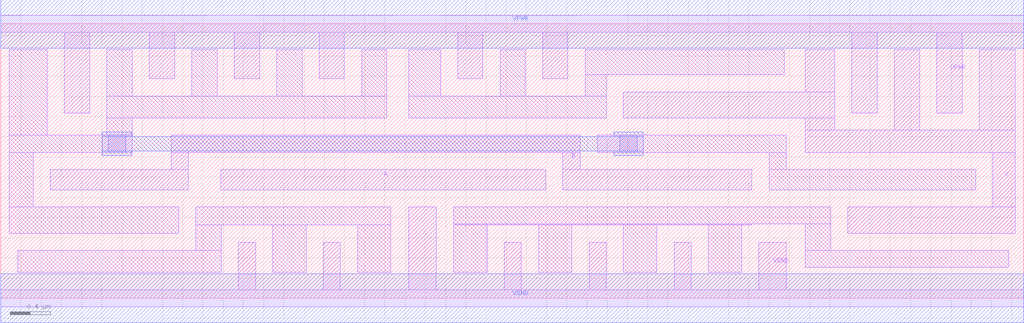
<source format=lef>
# Copyright 2020 The SkyWater PDK Authors
#
# Licensed under the Apache License, Version 2.0 (the "License");
# you may not use this file except in compliance with the License.
# You may obtain a copy of the License at
#
#     https://www.apache.org/licenses/LICENSE-2.0
#
# Unless required by applicable law or agreed to in writing, software
# distributed under the License is distributed on an "AS IS" BASIS,
# WITHOUT WARRANTIES OR CONDITIONS OF ANY KIND, either express or implied.
# See the License for the specific language governing permissions and
# limitations under the License.
#
# SPDX-License-Identifier: Apache-2.0

VERSION 5.5 ;
NAMESCASESENSITIVE ON ;
BUSBITCHARS "[]" ;
DIVIDERCHAR "/" ;
MACRO sky130_fd_sc_hd__xnor2_4
  CLASS CORE ;
  SOURCE USER ;
  ORIGIN  0.000000  0.000000 ;
  SIZE  10.12000 BY  2.720000 ;
  SYMMETRY X Y R90 ;
  SITE unithd ;
  PIN A
    ANTENNAGATEAREA  1.980000 ;
    DIRECTION INPUT ;
    USE SIGNAL ;
    PORT
      LAYER li1 ;
        RECT 2.175000 1.075000 5.390000 1.275000 ;
    END
  END A
  PIN B
    ANTENNAGATEAREA  1.980000 ;
    DIRECTION INPUT ;
    USE SIGNAL ;
    PORT
      LAYER li1 ;
        RECT 0.490000 1.075000 1.855000 1.275000 ;
        RECT 1.685000 1.275000 1.855000 1.445000 ;
        RECT 1.685000 1.445000 5.730000 1.615000 ;
        RECT 5.560000 1.075000 7.430000 1.275000 ;
        RECT 5.560000 1.275000 5.730000 1.445000 ;
    END
  END B
  PIN Y
    ANTENNADIFFAREA  1.721000 ;
    DIRECTION OUTPUT ;
    USE SIGNAL ;
    PORT
      LAYER li1 ;
        RECT 6.160000 1.785000  8.250000 2.045000 ;
        RECT 7.960000 1.445000 10.035000 1.665000 ;
        RECT 7.960000 1.665000  8.250000 1.785000 ;
        RECT 7.960000 2.045000  8.250000 2.465000 ;
        RECT 8.380000 0.645000 10.035000 0.905000 ;
        RECT 8.840000 1.665000  9.090000 2.465000 ;
        RECT 9.680000 1.665000 10.035000 2.465000 ;
        RECT 9.815000 0.905000 10.035000 1.445000 ;
    END
  END Y
  PIN VGND
    DIRECTION INOUT ;
    SHAPE ABUTMENT ;
    USE GROUND ;
    PORT
      LAYER li1 ;
        RECT 0.000000 -0.085000 10.120000 0.085000 ;
        RECT 2.350000  0.085000  2.520000 0.555000 ;
        RECT 3.190000  0.085000  3.360000 0.555000 ;
        RECT 4.035000  0.085000  4.310000 0.905000 ;
        RECT 4.980000  0.085000  5.150000 0.555000 ;
        RECT 5.820000  0.085000  5.990000 0.555000 ;
        RECT 6.660000  0.085000  6.830000 0.555000 ;
        RECT 7.500000  0.085000  7.770000 0.555000 ;
    END
    PORT
      LAYER met1 ;
        RECT 0.000000 -0.240000 10.120000 0.240000 ;
    END
  END VGND
  PIN VNB
    DIRECTION INOUT ;
    USE GROUND ;
    PORT
    END
  END VNB
  PIN VPB
    DIRECTION INOUT ;
    USE POWER ;
    PORT
    END
  END VPB
  PIN VPWR
    DIRECTION INOUT ;
    SHAPE ABUTMENT ;
    USE POWER ;
    PORT
      LAYER li1 ;
        RECT 0.000000 2.635000 10.120000 2.805000 ;
        RECT 0.630000 1.835000  0.880000 2.635000 ;
        RECT 1.470000 2.175000  1.720000 2.635000 ;
        RECT 2.310000 2.175000  2.560000 2.635000 ;
        RECT 3.150000 2.175000  3.400000 2.635000 ;
        RECT 4.520000 2.175000  4.770000 2.635000 ;
        RECT 5.360000 2.175000  5.610000 2.635000 ;
        RECT 8.420000 1.835000  8.670000 2.635000 ;
        RECT 9.260000 1.835000  9.510000 2.635000 ;
    END
    PORT
      LAYER met1 ;
        RECT 0.000000 2.480000 10.120000 2.960000 ;
    END
  END VPWR
  OBS
    LAYER li1 ;
      RECT 0.085000 0.645000 1.760000 0.905000 ;
      RECT 0.085000 0.905000 0.320000 1.445000 ;
      RECT 0.085000 1.445000 1.300000 1.615000 ;
      RECT 0.085000 1.615000 0.460000 2.465000 ;
      RECT 0.170000 0.255000 2.180000 0.475000 ;
      RECT 1.050000 1.615000 1.300000 1.785000 ;
      RECT 1.050000 1.785000 3.820000 2.005000 ;
      RECT 1.050000 2.005000 1.300000 2.465000 ;
      RECT 1.890000 2.005000 2.140000 2.465000 ;
      RECT 1.930000 0.475000 2.180000 0.725000 ;
      RECT 1.930000 0.725000 3.860000 0.905000 ;
      RECT 2.690000 0.255000 3.020000 0.725000 ;
      RECT 2.730000 2.005000 2.980000 2.465000 ;
      RECT 3.530000 0.255000 3.860000 0.725000 ;
      RECT 3.570000 2.005000 3.820000 2.465000 ;
      RECT 4.035000 1.785000 5.990000 2.005000 ;
      RECT 4.035000 2.005000 4.350000 2.465000 ;
      RECT 4.480000 0.255000 4.810000 0.725000 ;
      RECT 4.480000 0.725000 7.430000 0.735000 ;
      RECT 4.480000 0.735000 8.210000 0.905000 ;
      RECT 4.940000 2.005000 5.190000 2.465000 ;
      RECT 5.320000 0.255000 5.650000 0.725000 ;
      RECT 5.780000 2.005000 5.990000 2.215000 ;
      RECT 5.780000 2.215000 7.750000 2.465000 ;
      RECT 5.900000 1.445000 7.770000 1.615000 ;
      RECT 6.160000 0.255000 6.490000 0.725000 ;
      RECT 7.000000 0.255000 7.330000 0.725000 ;
      RECT 7.600000 1.075000 9.645000 1.275000 ;
      RECT 7.600000 1.275000 7.770000 1.445000 ;
      RECT 7.960000 0.305000 9.970000 0.475000 ;
      RECT 7.960000 0.475000 8.210000 0.735000 ;
    LAYER mcon ;
      RECT 1.065000 1.445000 1.235000 1.615000 ;
      RECT 6.125000 1.445000 6.295000 1.615000 ;
    LAYER met1 ;
      RECT 1.005000 1.415000 1.295000 1.460000 ;
      RECT 1.005000 1.460000 6.355000 1.600000 ;
      RECT 1.005000 1.600000 1.295000 1.645000 ;
      RECT 6.065000 1.415000 6.355000 1.460000 ;
      RECT 6.065000 1.600000 6.355000 1.645000 ;
  END
END sky130_fd_sc_hd__xnor2_4
END LIBRARY

</source>
